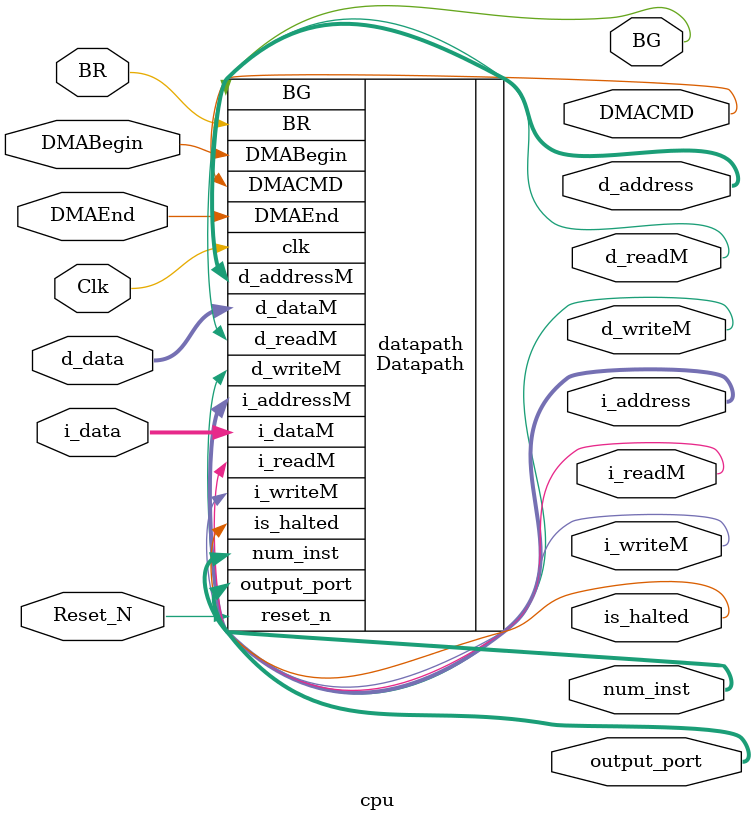
<source format=v>
`timescale 1ns/1ns
`define WORD_SIZE 16    // data and address word size
`define FETCH_SIZE 64
`include "opcodes.v"

module cpu(
        input Clk, 
        input Reset_N, 

	// Instruction memory interface
        output i_readM, 
        output i_writeM, 
        output [`WORD_SIZE-1:0] i_address, 
        inout [`FETCH_SIZE-1:0] i_data, 

	// Data memory interface
        output d_readM, 
        output d_writeM, 
        output [`WORD_SIZE-1:0] d_address, 
        inout [`FETCH_SIZE-1:0] d_data, 
        
        input DMABegin,
        input DMAEnd,
        input BR,   
        output wire BG,
        output wire DMACMD,
        
        output [`WORD_SIZE-1:0] num_inst, 
        output [`WORD_SIZE-1:0] output_port, 
        output is_halted
);

    // TODO : Implement your multi-cycle CPU!
    Datapath datapath(.i_readM(i_readM), .i_writeM(i_writeM), .i_addressM(i_address), .i_dataM(i_data), .d_readM(d_readM), .d_writeM(d_writeM), .d_addressM(d_address), .d_dataM(d_data), .reset_n(Reset_N), .clk(Clk), .DMABegin(DMABegin), .DMAEnd(DMAEnd), .BR(BR), .BG(BG), .DMACMD(DMACMD), .num_inst(num_inst), .output_port(output_port), .is_halted(is_halted));  

endmodule

</source>
